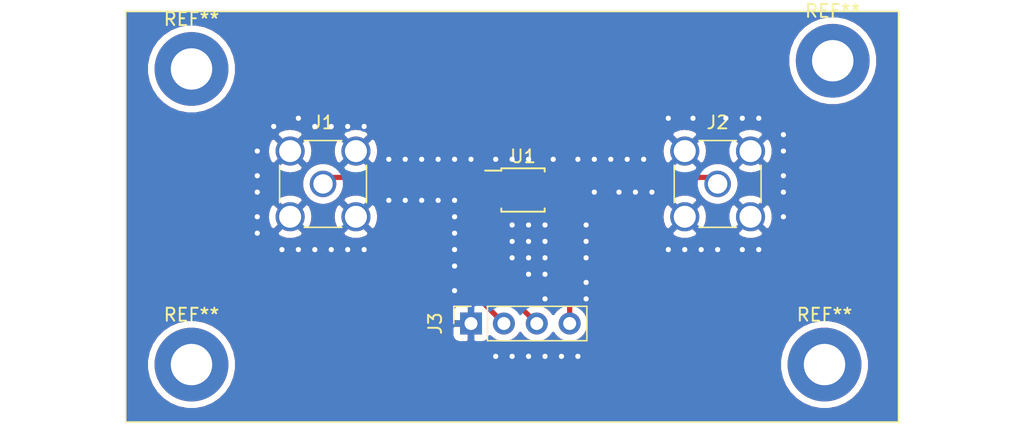
<source format=kicad_pcb>
(kicad_pcb (version 20171130) (host pcbnew "(5.1.2)-2")

  (general
    (thickness 1.6)
    (drawings 4)
    (tracks 109)
    (zones 0)
    (modules 8)
    (nets 7)
  )

  (page A4)
  (layers
    (0 F.Cu signal)
    (31 B.Cu signal)
    (32 B.Adhes user)
    (33 F.Adhes user)
    (34 B.Paste user)
    (35 F.Paste user)
    (36 B.SilkS user)
    (37 F.SilkS user)
    (38 B.Mask user)
    (39 F.Mask user)
    (40 Dwgs.User user)
    (41 Cmts.User user)
    (42 Eco1.User user)
    (43 Eco2.User user)
    (44 Edge.Cuts user)
    (45 Margin user)
    (46 B.CrtYd user)
    (47 F.CrtYd user)
    (48 B.Fab user)
    (49 F.Fab user)
  )

  (setup
    (last_trace_width 0.4)
    (user_trace_width 0.4)
    (trace_clearance 0.2)
    (zone_clearance 0.508)
    (zone_45_only no)
    (trace_min 0.25)
    (via_size 0.8)
    (via_drill 0.4)
    (via_min_size 0.4)
    (via_min_drill 0.3)
    (uvia_size 0.3)
    (uvia_drill 0.1)
    (uvias_allowed no)
    (uvia_min_size 0.2)
    (uvia_min_drill 0.1)
    (edge_width 0.05)
    (segment_width 0.2)
    (pcb_text_width 0.3)
    (pcb_text_size 1.5 1.5)
    (mod_edge_width 0.12)
    (mod_text_size 1 1)
    (mod_text_width 0.15)
    (pad_size 1.524 1.524)
    (pad_drill 0.762)
    (pad_to_mask_clearance 0.051)
    (solder_mask_min_width 0.25)
    (aux_axis_origin 0 0)
    (visible_elements 7FFFFFFF)
    (pcbplotparams
      (layerselection 0x011a0_ffffffff)
      (usegerberextensions false)
      (usegerberattributes false)
      (usegerberadvancedattributes false)
      (creategerberjobfile false)
      (excludeedgelayer true)
      (linewidth 0.100000)
      (plotframeref false)
      (viasonmask false)
      (mode 1)
      (useauxorigin false)
      (hpglpennumber 1)
      (hpglpenspeed 20)
      (hpglpendiameter 15.000000)
      (psnegative false)
      (psa4output false)
      (plotreference true)
      (plotvalue true)
      (plotinvisibletext false)
      (padsonsilk false)
      (subtractmaskfromsilk false)
      (outputformat 1)
      (mirror false)
      (drillshape 0)
      (scaleselection 1)
      (outputdirectory ""))
  )

  (net 0 "")
  (net 1 GND)
  (net 2 "Net-(J1-Pad1)")
  (net 3 "Net-(J2-Pad1)")
  (net 4 "Net-(J3-Pad2)")
  (net 5 "Net-(J3-Pad3)")
  (net 6 "Net-(J3-Pad4)")

  (net_class Default 这是默认网络类。
    (clearance 0.2)
    (trace_width 0.25)
    (via_dia 0.8)
    (via_drill 0.4)
    (uvia_dia 0.3)
    (uvia_drill 0.1)
    (add_net GND)
    (add_net "Net-(J1-Pad1)")
    (add_net "Net-(J2-Pad1)")
    (add_net "Net-(J3-Pad2)")
    (add_net "Net-(J3-Pad3)")
    (add_net "Net-(J3-Pad4)")
  )

  (module Connector_Coaxial:SMA_Amphenol_901-144_Vertical (layer F.Cu) (tedit 5B2F4C32) (tstamp 5D1AF8D7)
    (at 116.84 118.745)
    (descr https://www.amphenolrf.com/downloads/dl/file/id/7023/product/3103/901_144_customer_drawing.pdf)
    (tags "SMA THT Female Jack Vertical")
    (path /5D1A53A4)
    (fp_text reference J1 (at 0 -4.75) (layer F.SilkS)
      (effects (font (size 1 1) (thickness 0.15)))
    )
    (fp_text value Conn_Coaxial (at 0 5) (layer F.Fab)
      (effects (font (size 1 1) (thickness 0.15)))
    )
    (fp_text user %R (at 0 0) (layer F.Fab)
      (effects (font (size 1 1) (thickness 0.15)))
    )
    (fp_line (start -1.45 -3.355) (end 1.45 -3.355) (layer F.SilkS) (width 0.12))
    (fp_line (start -1.45 3.355) (end 1.45 3.355) (layer F.SilkS) (width 0.12))
    (fp_line (start 3.355 -1.45) (end 3.355 1.45) (layer F.SilkS) (width 0.12))
    (fp_line (start -3.355 -1.45) (end -3.355 1.45) (layer F.SilkS) (width 0.12))
    (fp_line (start 3.175 -3.175) (end 3.175 3.175) (layer F.Fab) (width 0.1))
    (fp_line (start -3.175 3.175) (end 3.175 3.175) (layer F.Fab) (width 0.1))
    (fp_line (start -3.175 -3.175) (end -3.175 3.175) (layer F.Fab) (width 0.1))
    (fp_line (start -3.175 -3.175) (end 3.175 -3.175) (layer F.Fab) (width 0.1))
    (fp_line (start -4.17 -4.17) (end 4.17 -4.17) (layer F.CrtYd) (width 0.05))
    (fp_line (start -4.17 -4.17) (end -4.17 4.17) (layer F.CrtYd) (width 0.05))
    (fp_line (start 4.17 4.17) (end 4.17 -4.17) (layer F.CrtYd) (width 0.05))
    (fp_line (start 4.17 4.17) (end -4.17 4.17) (layer F.CrtYd) (width 0.05))
    (fp_circle (center 0 0) (end 3.175 0) (layer F.Fab) (width 0.1))
    (pad 2 thru_hole circle (at -2.54 2.54) (size 2.25 2.25) (drill 1.7) (layers *.Cu *.Mask)
      (net 1 GND))
    (pad 2 thru_hole circle (at -2.54 -2.54) (size 2.25 2.25) (drill 1.7) (layers *.Cu *.Mask)
      (net 1 GND))
    (pad 2 thru_hole circle (at 2.54 -2.54) (size 2.25 2.25) (drill 1.7) (layers *.Cu *.Mask)
      (net 1 GND))
    (pad 2 thru_hole circle (at 2.54 2.54) (size 2.25 2.25) (drill 1.7) (layers *.Cu *.Mask)
      (net 1 GND))
    (pad 1 thru_hole circle (at 0 0) (size 2.05 2.05) (drill 1.5) (layers *.Cu *.Mask)
      (net 2 "Net-(J1-Pad1)"))
    (model ${KISYS3DMOD}/Connector_Coaxial.3dshapes/SMA_Amphenol_901-144_Vertical.wrl
      (at (xyz 0 0 0))
      (scale (xyz 1 1 1))
      (rotate (xyz 0 0 0))
    )
  )

  (module Connector_PinSocket_2.54mm:PinSocket_1x04_P2.54mm_Vertical (layer F.Cu) (tedit 5A19A429) (tstamp 5D1AF906)
    (at 128.27 129.54 90)
    (descr "Through hole straight socket strip, 1x04, 2.54mm pitch, single row (from Kicad 4.0.7), script generated")
    (tags "Through hole socket strip THT 1x04 2.54mm single row")
    (path /5D1BCB11)
    (fp_text reference J3 (at 0 -2.77 90) (layer F.SilkS)
      (effects (font (size 1 1) (thickness 0.15)))
    )
    (fp_text value Conn_01x04_Male (at 0 10.39 90) (layer F.Fab)
      (effects (font (size 1 1) (thickness 0.15)))
    )
    (fp_line (start -1.27 -1.27) (end 0.635 -1.27) (layer F.Fab) (width 0.1))
    (fp_line (start 0.635 -1.27) (end 1.27 -0.635) (layer F.Fab) (width 0.1))
    (fp_line (start 1.27 -0.635) (end 1.27 8.89) (layer F.Fab) (width 0.1))
    (fp_line (start 1.27 8.89) (end -1.27 8.89) (layer F.Fab) (width 0.1))
    (fp_line (start -1.27 8.89) (end -1.27 -1.27) (layer F.Fab) (width 0.1))
    (fp_line (start -1.33 1.27) (end 1.33 1.27) (layer F.SilkS) (width 0.12))
    (fp_line (start -1.33 1.27) (end -1.33 8.95) (layer F.SilkS) (width 0.12))
    (fp_line (start -1.33 8.95) (end 1.33 8.95) (layer F.SilkS) (width 0.12))
    (fp_line (start 1.33 1.27) (end 1.33 8.95) (layer F.SilkS) (width 0.12))
    (fp_line (start 1.33 -1.33) (end 1.33 0) (layer F.SilkS) (width 0.12))
    (fp_line (start 0 -1.33) (end 1.33 -1.33) (layer F.SilkS) (width 0.12))
    (fp_line (start -1.8 -1.8) (end 1.75 -1.8) (layer F.CrtYd) (width 0.05))
    (fp_line (start 1.75 -1.8) (end 1.75 9.4) (layer F.CrtYd) (width 0.05))
    (fp_line (start 1.75 9.4) (end -1.8 9.4) (layer F.CrtYd) (width 0.05))
    (fp_line (start -1.8 9.4) (end -1.8 -1.8) (layer F.CrtYd) (width 0.05))
    (fp_text user %R (at 0 3.81) (layer F.Fab)
      (effects (font (size 1 1) (thickness 0.15)))
    )
    (pad 1 thru_hole rect (at 0 0 90) (size 1.7 1.7) (drill 1) (layers *.Cu *.Mask)
      (net 1 GND))
    (pad 2 thru_hole oval (at 0 2.54 90) (size 1.7 1.7) (drill 1) (layers *.Cu *.Mask)
      (net 4 "Net-(J3-Pad2)"))
    (pad 3 thru_hole oval (at 0 5.08 90) (size 1.7 1.7) (drill 1) (layers *.Cu *.Mask)
      (net 5 "Net-(J3-Pad3)"))
    (pad 4 thru_hole oval (at 0 7.62 90) (size 1.7 1.7) (drill 1) (layers *.Cu *.Mask)
      (net 6 "Net-(J3-Pad4)"))
    (model ${KISYS3DMOD}/Connector_PinSocket_2.54mm.3dshapes/PinSocket_1x04_P2.54mm_Vertical.wrl
      (at (xyz 0 0 0))
      (scale (xyz 1 1 1))
      (rotate (xyz 0 0 0))
    )
  )

  (module Connector_Coaxial:SMA_Amphenol_901-144_Vertical (layer F.Cu) (tedit 5B2F4C32) (tstamp 5D1AF8EE)
    (at 147.32 118.745)
    (descr https://www.amphenolrf.com/downloads/dl/file/id/7023/product/3103/901_144_customer_drawing.pdf)
    (tags "SMA THT Female Jack Vertical")
    (path /5D1A5A45)
    (fp_text reference J2 (at 0 -4.75) (layer F.SilkS)
      (effects (font (size 1 1) (thickness 0.15)))
    )
    (fp_text value Conn_Coaxial (at 0 5) (layer F.Fab)
      (effects (font (size 1 1) (thickness 0.15)))
    )
    (fp_circle (center 0 0) (end 3.175 0) (layer F.Fab) (width 0.1))
    (fp_line (start 4.17 4.17) (end -4.17 4.17) (layer F.CrtYd) (width 0.05))
    (fp_line (start 4.17 4.17) (end 4.17 -4.17) (layer F.CrtYd) (width 0.05))
    (fp_line (start -4.17 -4.17) (end -4.17 4.17) (layer F.CrtYd) (width 0.05))
    (fp_line (start -4.17 -4.17) (end 4.17 -4.17) (layer F.CrtYd) (width 0.05))
    (fp_line (start -3.175 -3.175) (end 3.175 -3.175) (layer F.Fab) (width 0.1))
    (fp_line (start -3.175 -3.175) (end -3.175 3.175) (layer F.Fab) (width 0.1))
    (fp_line (start -3.175 3.175) (end 3.175 3.175) (layer F.Fab) (width 0.1))
    (fp_line (start 3.175 -3.175) (end 3.175 3.175) (layer F.Fab) (width 0.1))
    (fp_line (start -3.355 -1.45) (end -3.355 1.45) (layer F.SilkS) (width 0.12))
    (fp_line (start 3.355 -1.45) (end 3.355 1.45) (layer F.SilkS) (width 0.12))
    (fp_line (start -1.45 3.355) (end 1.45 3.355) (layer F.SilkS) (width 0.12))
    (fp_line (start -1.45 -3.355) (end 1.45 -3.355) (layer F.SilkS) (width 0.12))
    (fp_text user %R (at 0 0) (layer F.Fab)
      (effects (font (size 1 1) (thickness 0.15)))
    )
    (pad 1 thru_hole circle (at 0 0) (size 2.05 2.05) (drill 1.5) (layers *.Cu *.Mask)
      (net 3 "Net-(J2-Pad1)"))
    (pad 2 thru_hole circle (at 2.54 2.54) (size 2.25 2.25) (drill 1.7) (layers *.Cu *.Mask)
      (net 1 GND))
    (pad 2 thru_hole circle (at 2.54 -2.54) (size 2.25 2.25) (drill 1.7) (layers *.Cu *.Mask)
      (net 1 GND))
    (pad 2 thru_hole circle (at -2.54 -2.54) (size 2.25 2.25) (drill 1.7) (layers *.Cu *.Mask)
      (net 1 GND))
    (pad 2 thru_hole circle (at -2.54 2.54) (size 2.25 2.25) (drill 1.7) (layers *.Cu *.Mask)
      (net 1 GND))
    (model ${KISYS3DMOD}/Connector_Coaxial.3dshapes/SMA_Amphenol_901-144_Vertical.wrl
      (at (xyz 0 0 0))
      (scale (xyz 1 1 1))
      (rotate (xyz 0 0 0))
    )
  )

  (module MountingHole:MountingHole_3.2mm_M3_ISO7380_Pad (layer F.Cu) (tedit 56D1B4CB) (tstamp 5D1AFB90)
    (at 106.68 132.715)
    (descr "Mounting Hole 3.2mm, M3, ISO7380")
    (tags "mounting hole 3.2mm m3 iso7380")
    (attr virtual)
    (fp_text reference REF** (at 0 -3.85) (layer F.SilkS)
      (effects (font (size 1 1) (thickness 0.15)))
    )
    (fp_text value MountingHole_3.2mm_M3_ISO7380_Pad (at 0 3.85) (layer F.Fab)
      (effects (font (size 1 1) (thickness 0.15)))
    )
    (fp_circle (center 0 0) (end 3.1 0) (layer F.CrtYd) (width 0.05))
    (fp_circle (center 0 0) (end 2.85 0) (layer Cmts.User) (width 0.15))
    (fp_text user %R (at 0.3 0) (layer F.Fab)
      (effects (font (size 1 1) (thickness 0.15)))
    )
    (pad 1 thru_hole circle (at 0 0) (size 5.7 5.7) (drill 3.2) (layers *.Cu *.Mask))
  )

  (module MountingHole:MountingHole_3.2mm_M3_ISO7380_Pad (layer F.Cu) (tedit 56D1B4CB) (tstamp 5D1AFB73)
    (at 155.575 132.715)
    (descr "Mounting Hole 3.2mm, M3, ISO7380")
    (tags "mounting hole 3.2mm m3 iso7380")
    (attr virtual)
    (fp_text reference REF** (at 0 -3.85) (layer F.SilkS)
      (effects (font (size 1 1) (thickness 0.15)))
    )
    (fp_text value MountingHole_3.2mm_M3_ISO7380_Pad (at 0 3.85) (layer F.Fab)
      (effects (font (size 1 1) (thickness 0.15)))
    )
    (fp_circle (center 0 0) (end 3.1 0) (layer F.CrtYd) (width 0.05))
    (fp_circle (center 0 0) (end 2.85 0) (layer Cmts.User) (width 0.15))
    (fp_text user %R (at 0.3 0) (layer F.Fab)
      (effects (font (size 1 1) (thickness 0.15)))
    )
    (pad 1 thru_hole circle (at 0 0) (size 5.7 5.7) (drill 3.2) (layers *.Cu *.Mask))
  )

  (module MountingHole:MountingHole_3.2mm_M3_ISO7380_Pad (layer F.Cu) (tedit 56D1B4CB) (tstamp 5D1AFB56)
    (at 156.21 109.22)
    (descr "Mounting Hole 3.2mm, M3, ISO7380")
    (tags "mounting hole 3.2mm m3 iso7380")
    (attr virtual)
    (fp_text reference REF** (at 0 -3.85) (layer F.SilkS)
      (effects (font (size 1 1) (thickness 0.15)))
    )
    (fp_text value MountingHole_3.2mm_M3_ISO7380_Pad (at 0 3.85) (layer F.Fab)
      (effects (font (size 1 1) (thickness 0.15)))
    )
    (fp_circle (center 0 0) (end 3.1 0) (layer F.CrtYd) (width 0.05))
    (fp_circle (center 0 0) (end 2.85 0) (layer Cmts.User) (width 0.15))
    (fp_text user %R (at 0.3 0) (layer F.Fab)
      (effects (font (size 1 1) (thickness 0.15)))
    )
    (pad 1 thru_hole circle (at 0 0) (size 5.7 5.7) (drill 3.2) (layers *.Cu *.Mask))
  )

  (module MountingHole:MountingHole_3.2mm_M3_ISO7380_Pad (layer F.Cu) (tedit 56D1B4CB) (tstamp 5D1AFB39)
    (at 106.68 109.855)
    (descr "Mounting Hole 3.2mm, M3, ISO7380")
    (tags "mounting hole 3.2mm m3 iso7380")
    (attr virtual)
    (fp_text reference REF** (at 0 -3.85) (layer F.SilkS)
      (effects (font (size 1 1) (thickness 0.15)))
    )
    (fp_text value MountingHole_3.2mm_M3_ISO7380_Pad (at 0 3.85) (layer F.Fab)
      (effects (font (size 1 1) (thickness 0.15)))
    )
    (fp_circle (center 0 0) (end 3.1 0) (layer F.CrtYd) (width 0.05))
    (fp_circle (center 0 0) (end 2.85 0) (layer Cmts.User) (width 0.15))
    (fp_text user %R (at 0.3 0) (layer F.Fab)
      (effects (font (size 1 1) (thickness 0.15)))
    )
    (pad 1 thru_hole circle (at 0 0) (size 5.7 5.7) (drill 3.2) (layers *.Cu *.Mask))
  )

  (module Package_SO:MSOP-8_3x3mm_P0.65mm (layer F.Cu) (tedit 5A02F25C) (tstamp 5D1AF923)
    (at 132.285001 119.215001)
    (descr "8-Lead Plastic Micro Small Outline Package (MS) [MSOP] (see Microchip Packaging Specification 00000049BS.pdf)")
    (tags "SSOP 0.65")
    (path /5D1A3E16)
    (attr smd)
    (fp_text reference U1 (at 0 -2.6) (layer F.SilkS)
      (effects (font (size 1 1) (thickness 0.15)))
    )
    (fp_text value HMC346AMS8GE (at 0 2.6) (layer F.Fab)
      (effects (font (size 1 1) (thickness 0.15)))
    )
    (fp_line (start -0.5 -1.5) (end 1.5 -1.5) (layer F.Fab) (width 0.15))
    (fp_line (start 1.5 -1.5) (end 1.5 1.5) (layer F.Fab) (width 0.15))
    (fp_line (start 1.5 1.5) (end -1.5 1.5) (layer F.Fab) (width 0.15))
    (fp_line (start -1.5 1.5) (end -1.5 -0.5) (layer F.Fab) (width 0.15))
    (fp_line (start -1.5 -0.5) (end -0.5 -1.5) (layer F.Fab) (width 0.15))
    (fp_line (start -3.2 -1.85) (end -3.2 1.85) (layer F.CrtYd) (width 0.05))
    (fp_line (start 3.2 -1.85) (end 3.2 1.85) (layer F.CrtYd) (width 0.05))
    (fp_line (start -3.2 -1.85) (end 3.2 -1.85) (layer F.CrtYd) (width 0.05))
    (fp_line (start -3.2 1.85) (end 3.2 1.85) (layer F.CrtYd) (width 0.05))
    (fp_line (start -1.675 -1.675) (end -1.675 -1.5) (layer F.SilkS) (width 0.15))
    (fp_line (start 1.675 -1.675) (end 1.675 -1.425) (layer F.SilkS) (width 0.15))
    (fp_line (start 1.675 1.675) (end 1.675 1.425) (layer F.SilkS) (width 0.15))
    (fp_line (start -1.675 1.675) (end -1.675 1.425) (layer F.SilkS) (width 0.15))
    (fp_line (start -1.675 -1.675) (end 1.675 -1.675) (layer F.SilkS) (width 0.15))
    (fp_line (start -1.675 1.675) (end 1.675 1.675) (layer F.SilkS) (width 0.15))
    (fp_line (start -1.675 -1.5) (end -2.925 -1.5) (layer F.SilkS) (width 0.15))
    (fp_text user %R (at 0 0) (layer F.Fab)
      (effects (font (size 0.6 0.6) (thickness 0.15)))
    )
    (pad 1 smd rect (at -2.2 -0.975) (size 1.45 0.45) (layers F.Cu F.Paste F.Mask)
      (net 2 "Net-(J1-Pad1)"))
    (pad 2 smd rect (at -2.2 -0.325) (size 1.45 0.45) (layers F.Cu F.Paste F.Mask)
      (net 1 GND))
    (pad 3 smd rect (at -2.2 0.325) (size 1.45 0.45) (layers F.Cu F.Paste F.Mask)
      (net 4 "Net-(J3-Pad2)"))
    (pad 4 smd rect (at -2.2 0.975) (size 1.45 0.45) (layers F.Cu F.Paste F.Mask)
      (net 5 "Net-(J3-Pad3)"))
    (pad 5 smd rect (at 2.2 0.975) (size 1.45 0.45) (layers F.Cu F.Paste F.Mask))
    (pad 6 smd rect (at 2.2 0.325) (size 1.45 0.45) (layers F.Cu F.Paste F.Mask)
      (net 6 "Net-(J3-Pad4)"))
    (pad 7 smd rect (at 2.2 -0.325) (size 1.45 0.45) (layers F.Cu F.Paste F.Mask)
      (net 1 GND))
    (pad 8 smd rect (at 2.2 -0.975) (size 1.45 0.45) (layers F.Cu F.Paste F.Mask)
      (net 3 "Net-(J2-Pad1)"))
    (model ${KISYS3DMOD}/Package_SO.3dshapes/MSOP-8_3x3mm_P0.65mm.wrl
      (at (xyz 0 0 0))
      (scale (xyz 1 1 1))
      (rotate (xyz 0 0 0))
    )
  )

  (gr_line (start 161.29 105.41) (end 101.6 105.41) (layer F.SilkS) (width 0.12) (tstamp 5D1AFC17))
  (gr_line (start 161.29 137.16) (end 161.29 105.41) (layer F.SilkS) (width 0.12))
  (gr_line (start 101.6 137.16) (end 161.29 137.16) (layer F.SilkS) (width 0.12))
  (gr_line (start 101.6 105.41) (end 101.6 137.16) (layer F.SilkS) (width 0.12))

  (segment (start 128.960001 118.890001) (end 128.935011 118.865011) (width 0.4) (layer F.Cu) (net 1))
  (segment (start 128.935011 118.865011) (end 126.879989 118.865011) (width 0.4) (layer F.Cu) (net 1))
  (segment (start 127.02 129.54) (end 128.27 129.54) (width 0.4) (layer F.Cu) (net 1))
  (segment (start 126.879989 118.865011) (end 125.73 120.015) (width 0.4) (layer F.Cu) (net 1))
  (segment (start 125.73 120.015) (end 125.73 120.015) (width 0.4) (layer F.Cu) (net 1))
  (segment (start 130.085001 118.890001) (end 128.960001 118.890001) (width 0.4) (layer F.Cu) (net 1))
  (segment (start 125.73 128.25) (end 127.02 129.54) (width 0.4) (layer F.Cu) (net 1))
  (segment (start 130.085001 118.890001) (end 134.485001 118.890001) (width 0.4) (layer F.Cu) (net 1))
  (via (at 121.92 116.84) (size 0.8) (drill 0.4) (layers F.Cu B.Cu) (net 1))
  (via (at 123.19 116.84) (size 0.8) (drill 0.4) (layers F.Cu B.Cu) (net 1))
  (via (at 124.46 116.84) (size 0.8) (drill 0.4) (layers F.Cu B.Cu) (net 1))
  (via (at 125.73 116.84) (size 0.8) (drill 0.4) (layers F.Cu B.Cu) (net 1))
  (via (at 127 116.84) (size 0.8) (drill 0.4) (layers F.Cu B.Cu) (net 1))
  (via (at 128.27 116.84) (size 0.8) (drill 0.4) (layers F.Cu B.Cu) (net 1))
  (via (at 130.175 116.84) (size 0.8) (drill 0.4) (layers F.Cu B.Cu) (net 1))
  (via (at 131.445 116.84) (size 0.8) (drill 0.4) (layers F.Cu B.Cu) (net 1))
  (via (at 132.715 116.84) (size 0.8) (drill 0.4) (layers F.Cu B.Cu) (net 1))
  (via (at 134.62 116.84) (size 0.8) (drill 0.4) (layers F.Cu B.Cu) (net 1))
  (via (at 136.525 116.84) (size 0.8) (drill 0.4) (layers F.Cu B.Cu) (net 1))
  (via (at 137.795 116.84) (size 0.8) (drill 0.4) (layers F.Cu B.Cu) (net 1))
  (via (at 139.065 116.84) (size 0.8) (drill 0.4) (layers F.Cu B.Cu) (net 1))
  (via (at 140.335 116.84) (size 0.8) (drill 0.4) (layers F.Cu B.Cu) (net 1))
  (via (at 141.605 116.84) (size 0.8) (drill 0.4) (layers F.Cu B.Cu) (net 1))
  (via (at 142.24 119.38) (size 0.8) (drill 0.4) (layers F.Cu B.Cu) (net 1))
  (via (at 140.97 119.38) (size 0.8) (drill 0.4) (layers F.Cu B.Cu) (net 1))
  (via (at 139.7 119.38) (size 0.8) (drill 0.4) (layers F.Cu B.Cu) (net 1))
  (via (at 137.795 119.38) (size 0.8) (drill 0.4) (layers F.Cu B.Cu) (net 1))
  (via (at 121.92 120.015) (size 0.8) (drill 0.4) (layers F.Cu B.Cu) (net 1))
  (via (at 123.19 120.015) (size 0.8) (drill 0.4) (layers F.Cu B.Cu) (net 1))
  (via (at 124.46 120.015) (size 0.8) (drill 0.4) (layers F.Cu B.Cu) (net 1))
  (segment (start 125.73 120.015) (end 125.73 128.25) (width 0.4) (layer F.Cu) (net 1) (tstamp 5D1B0406))
  (via (at 125.73 120.015) (size 0.8) (drill 0.4) (layers F.Cu B.Cu) (net 1))
  (via (at 127 120.015) (size 0.8) (drill 0.4) (layers F.Cu B.Cu) (net 1))
  (via (at 127 121.285) (size 0.8) (drill 0.4) (layers F.Cu B.Cu) (net 1))
  (via (at 127 122.555) (size 0.8) (drill 0.4) (layers F.Cu B.Cu) (net 1))
  (via (at 127 123.825) (size 0.8) (drill 0.4) (layers F.Cu B.Cu) (net 1))
  (via (at 127 125.095) (size 0.8) (drill 0.4) (layers F.Cu B.Cu) (net 1))
  (via (at 127 127) (size 0.8) (drill 0.4) (layers F.Cu B.Cu) (net 1))
  (via (at 131.445 121.92) (size 0.8) (drill 0.4) (layers F.Cu B.Cu) (net 1))
  (via (at 132.715 121.92) (size 0.8) (drill 0.4) (layers F.Cu B.Cu) (net 1))
  (via (at 133.985 121.92) (size 0.8) (drill 0.4) (layers F.Cu B.Cu) (net 1))
  (via (at 133.985 123.19) (size 0.8) (drill 0.4) (layers F.Cu B.Cu) (net 1))
  (via (at 132.715 123.19) (size 0.8) (drill 0.4) (layers F.Cu B.Cu) (net 1))
  (via (at 131.445 123.19) (size 0.8) (drill 0.4) (layers F.Cu B.Cu) (net 1))
  (via (at 131.445 124.46) (size 0.8) (drill 0.4) (layers F.Cu B.Cu) (net 1))
  (via (at 132.715 124.46) (size 0.8) (drill 0.4) (layers F.Cu B.Cu) (net 1))
  (via (at 133.985 124.46) (size 0.8) (drill 0.4) (layers F.Cu B.Cu) (net 1))
  (via (at 133.985 125.73) (size 0.8) (drill 0.4) (layers F.Cu B.Cu) (net 1))
  (via (at 132.715 125.73) (size 0.8) (drill 0.4) (layers F.Cu B.Cu) (net 1))
  (via (at 133.985 127.635) (size 0.8) (drill 0.4) (layers F.Cu B.Cu) (net 1))
  (via (at 137.16 121.92) (size 0.8) (drill 0.4) (layers F.Cu B.Cu) (net 1))
  (via (at 137.16 123.19) (size 0.8) (drill 0.4) (layers F.Cu B.Cu) (net 1))
  (via (at 137.16 124.46) (size 0.8) (drill 0.4) (layers F.Cu B.Cu) (net 1))
  (via (at 137.16 126.365) (size 0.8) (drill 0.4) (layers F.Cu B.Cu) (net 1))
  (via (at 137.16 127.635) (size 0.8) (drill 0.4) (layers F.Cu B.Cu) (net 1))
  (via (at 130.175 132.08) (size 0.8) (drill 0.4) (layers F.Cu B.Cu) (net 1))
  (via (at 131.445 132.08) (size 0.8) (drill 0.4) (layers F.Cu B.Cu) (net 1))
  (via (at 132.715 132.08) (size 0.8) (drill 0.4) (layers F.Cu B.Cu) (net 1))
  (via (at 133.985 132.08) (size 0.8) (drill 0.4) (layers F.Cu B.Cu) (net 1))
  (via (at 135.255 132.08) (size 0.8) (drill 0.4) (layers F.Cu B.Cu) (net 1))
  (via (at 136.525 132.08) (size 0.8) (drill 0.4) (layers F.Cu B.Cu) (net 1))
  (via (at 113.665 123.825) (size 0.8) (drill 0.4) (layers F.Cu B.Cu) (net 1))
  (via (at 114.935 123.825) (size 0.8) (drill 0.4) (layers F.Cu B.Cu) (net 1))
  (via (at 116.205 123.825) (size 0.8) (drill 0.4) (layers F.Cu B.Cu) (net 1))
  (via (at 117.475 123.825) (size 0.8) (drill 0.4) (layers F.Cu B.Cu) (net 1))
  (via (at 118.745 123.825) (size 0.8) (drill 0.4) (layers F.Cu B.Cu) (net 1))
  (via (at 120.015 123.825) (size 0.8) (drill 0.4) (layers F.Cu B.Cu) (net 1))
  (via (at 143.51 123.825) (size 0.8) (drill 0.4) (layers F.Cu B.Cu) (net 1))
  (via (at 144.78 123.825) (size 0.8) (drill 0.4) (layers F.Cu B.Cu) (net 1))
  (via (at 146.05 123.825) (size 0.8) (drill 0.4) (layers F.Cu B.Cu) (net 1))
  (via (at 147.32 123.825) (size 0.8) (drill 0.4) (layers F.Cu B.Cu) (net 1))
  (via (at 149.225 123.825) (size 0.8) (drill 0.4) (layers F.Cu B.Cu) (net 1))
  (via (at 150.495 123.825) (size 0.8) (drill 0.4) (layers F.Cu B.Cu) (net 1))
  (via (at 143.51 113.665) (size 0.8) (drill 0.4) (layers F.Cu B.Cu) (net 1))
  (via (at 145.415 113.665) (size 0.8) (drill 0.4) (layers F.Cu B.Cu) (net 1))
  (via (at 147.955 113.665) (size 0.8) (drill 0.4) (layers F.Cu B.Cu) (net 1))
  (via (at 149.225 113.665) (size 0.8) (drill 0.4) (layers F.Cu B.Cu) (net 1))
  (via (at 150.495 113.665) (size 0.8) (drill 0.4) (layers F.Cu B.Cu) (net 1))
  (via (at 152.4 114.935) (size 0.8) (drill 0.4) (layers F.Cu B.Cu) (net 1))
  (via (at 152.4 116.205) (size 0.8) (drill 0.4) (layers F.Cu B.Cu) (net 1))
  (via (at 152.4 118.11) (size 0.8) (drill 0.4) (layers F.Cu B.Cu) (net 1))
  (via (at 152.4 119.38) (size 0.8) (drill 0.4) (layers F.Cu B.Cu) (net 1))
  (via (at 152.4 121.285) (size 0.8) (drill 0.4) (layers F.Cu B.Cu) (net 1))
  (via (at 111.76 116.205) (size 0.8) (drill 0.4) (layers F.Cu B.Cu) (net 1))
  (via (at 111.76 118.11) (size 0.8) (drill 0.4) (layers F.Cu B.Cu) (net 1))
  (via (at 111.76 119.38) (size 0.8) (drill 0.4) (layers F.Cu B.Cu) (net 1))
  (via (at 111.76 121.285) (size 0.8) (drill 0.4) (layers F.Cu B.Cu) (net 1))
  (via (at 111.76 122.555) (size 0.8) (drill 0.4) (layers F.Cu B.Cu) (net 1))
  (via (at 113.03 114.3) (size 0.8) (drill 0.4) (layers F.Cu B.Cu) (net 1))
  (via (at 114.935 113.665) (size 0.8) (drill 0.4) (layers F.Cu B.Cu) (net 1))
  (via (at 116.205 114.3) (size 0.8) (drill 0.4) (layers F.Cu B.Cu) (net 1))
  (via (at 117.475 114.3) (size 0.8) (drill 0.4) (layers F.Cu B.Cu) (net 1))
  (via (at 118.745 114.3) (size 0.8) (drill 0.4) (layers F.Cu B.Cu) (net 1))
  (via (at 120.015 114.3) (size 0.8) (drill 0.4) (layers F.Cu B.Cu) (net 1))
  (segment (start 117.344999 118.240001) (end 116.84 118.745) (width 0.4) (layer F.Cu) (net 2))
  (segment (start 130.085001 118.240001) (end 117.344999 118.240001) (width 0.4) (layer F.Cu) (net 2))
  (segment (start 146.815001 118.240001) (end 147.32 118.745) (width 0.4) (layer F.Cu) (net 3))
  (segment (start 134.485001 118.240001) (end 146.815001 118.240001) (width 0.4) (layer F.Cu) (net 3))
  (segment (start 129.960001 128.690001) (end 130.81 129.54) (width 0.4) (layer F.Cu) (net 4))
  (segment (start 128.96 127.69) (end 129.960001 128.690001) (width 0.4) (layer F.Cu) (net 4))
  (segment (start 128.96 119.645) (end 128.96 127.69) (width 0.4) (layer F.Cu) (net 4))
  (segment (start 129.064999 119.540001) (end 128.96 119.645) (width 0.4) (layer F.Cu) (net 4))
  (segment (start 130.085001 119.540001) (end 129.064999 119.540001) (width 0.4) (layer F.Cu) (net 4))
  (segment (start 130.085001 126.275001) (end 133.35 129.54) (width 0.4) (layer F.Cu) (net 5))
  (segment (start 130.085001 120.190001) (end 130.085001 126.275001) (width 0.4) (layer F.Cu) (net 5))
  (segment (start 135.89 128.337919) (end 135.89 129.54) (width 0.4) (layer F.Cu) (net 6))
  (segment (start 135.89 119.924998) (end 135.89 128.337919) (width 0.4) (layer F.Cu) (net 6))
  (segment (start 135.505003 119.540001) (end 135.89 119.924998) (width 0.4) (layer F.Cu) (net 6))
  (segment (start 134.485001 119.540001) (end 135.505003 119.540001) (width 0.4) (layer F.Cu) (net 6))

  (zone (net 1) (net_name GND) (layer F.Cu) (tstamp 0) (hatch edge 0.508)
    (connect_pads (clearance 0.508))
    (min_thickness 0.254)
    (fill yes (arc_segments 32) (thermal_gap 0.508) (thermal_bridge_width 0.508))
    (polygon
      (pts
        (xy 101.6 105.41) (xy 101.6 137.16) (xy 161.29 137.16) (xy 161.29 105.41)
      )
    )
    (filled_polygon
      (pts
        (xy 161.163 137.033) (xy 101.727 137.033) (xy 101.727 132.371758) (xy 103.195 132.371758) (xy 103.195 133.058242)
        (xy 103.328927 133.731537) (xy 103.591633 134.365766) (xy 103.973024 134.936558) (xy 104.458442 135.421976) (xy 105.029234 135.803367)
        (xy 105.663463 136.066073) (xy 106.336758 136.2) (xy 107.023242 136.2) (xy 107.696537 136.066073) (xy 108.330766 135.803367)
        (xy 108.901558 135.421976) (xy 109.386976 134.936558) (xy 109.768367 134.365766) (xy 110.031073 133.731537) (xy 110.165 133.058242)
        (xy 110.165 132.371758) (xy 152.09 132.371758) (xy 152.09 133.058242) (xy 152.223927 133.731537) (xy 152.486633 134.365766)
        (xy 152.868024 134.936558) (xy 153.353442 135.421976) (xy 153.924234 135.803367) (xy 154.558463 136.066073) (xy 155.231758 136.2)
        (xy 155.918242 136.2) (xy 156.591537 136.066073) (xy 157.225766 135.803367) (xy 157.796558 135.421976) (xy 158.281976 134.936558)
        (xy 158.663367 134.365766) (xy 158.926073 133.731537) (xy 159.06 133.058242) (xy 159.06 132.371758) (xy 158.926073 131.698463)
        (xy 158.663367 131.064234) (xy 158.281976 130.493442) (xy 157.796558 130.008024) (xy 157.225766 129.626633) (xy 156.591537 129.363927)
        (xy 155.918242 129.23) (xy 155.231758 129.23) (xy 154.558463 129.363927) (xy 153.924234 129.626633) (xy 153.353442 130.008024)
        (xy 152.868024 130.493442) (xy 152.486633 131.064234) (xy 152.223927 131.698463) (xy 152.09 132.371758) (xy 110.165 132.371758)
        (xy 110.031073 131.698463) (xy 109.768367 131.064234) (xy 109.386976 130.493442) (xy 109.283534 130.39) (xy 126.781928 130.39)
        (xy 126.794188 130.514482) (xy 126.830498 130.63418) (xy 126.889463 130.744494) (xy 126.968815 130.841185) (xy 127.065506 130.920537)
        (xy 127.17582 130.979502) (xy 127.295518 131.015812) (xy 127.42 131.028072) (xy 127.98425 131.025) (xy 128.143 130.86625)
        (xy 128.143 129.667) (xy 126.94375 129.667) (xy 126.785 129.82575) (xy 126.781928 130.39) (xy 109.283534 130.39)
        (xy 108.901558 130.008024) (xy 108.330766 129.626633) (xy 107.696537 129.363927) (xy 107.023242 129.23) (xy 106.336758 129.23)
        (xy 105.663463 129.363927) (xy 105.029234 129.626633) (xy 104.458442 130.008024) (xy 103.973024 130.493442) (xy 103.591633 131.064234)
        (xy 103.328927 131.698463) (xy 103.195 132.371758) (xy 101.727 132.371758) (xy 101.727 122.509531) (xy 113.255074 122.509531)
        (xy 113.365921 122.786714) (xy 113.67684 122.940089) (xy 114.011705 123.02986) (xy 114.35765 123.052576) (xy 114.70138 123.007366)
        (xy 115.029685 122.895966) (xy 115.234079 122.786714) (xy 115.344926 122.509531) (xy 118.335074 122.509531) (xy 118.445921 122.786714)
        (xy 118.75684 122.940089) (xy 119.091705 123.02986) (xy 119.43765 123.052576) (xy 119.78138 123.007366) (xy 120.109685 122.895966)
        (xy 120.314079 122.786714) (xy 120.424926 122.509531) (xy 119.38 121.464605) (xy 118.335074 122.509531) (xy 115.344926 122.509531)
        (xy 114.3 121.464605) (xy 113.255074 122.509531) (xy 101.727 122.509531) (xy 101.727 121.34265) (xy 112.532424 121.34265)
        (xy 112.577634 121.68638) (xy 112.689034 122.014685) (xy 112.798286 122.219079) (xy 113.075469 122.329926) (xy 114.120395 121.285)
        (xy 114.479605 121.285) (xy 115.524531 122.329926) (xy 115.801714 122.219079) (xy 115.955089 121.90816) (xy 116.04486 121.573295)
        (xy 116.060004 121.34265) (xy 117.612424 121.34265) (xy 117.657634 121.68638) (xy 117.769034 122.014685) (xy 117.878286 122.219079)
        (xy 118.155469 122.329926) (xy 119.200395 121.285) (xy 119.559605 121.285) (xy 120.604531 122.329926) (xy 120.881714 122.219079)
        (xy 121.035089 121.90816) (xy 121.12486 121.573295) (xy 121.147576 121.22735) (xy 121.102366 120.88362) (xy 120.990966 120.555315)
        (xy 120.881714 120.350921) (xy 120.604531 120.240074) (xy 119.559605 121.285) (xy 119.200395 121.285) (xy 118.155469 120.240074)
        (xy 117.878286 120.350921) (xy 117.724911 120.66184) (xy 117.63514 120.996705) (xy 117.612424 121.34265) (xy 116.060004 121.34265)
        (xy 116.067576 121.22735) (xy 116.022366 120.88362) (xy 115.910966 120.555315) (xy 115.801714 120.350921) (xy 115.524531 120.240074)
        (xy 114.479605 121.285) (xy 114.120395 121.285) (xy 113.075469 120.240074) (xy 112.798286 120.350921) (xy 112.644911 120.66184)
        (xy 112.55514 120.996705) (xy 112.532424 121.34265) (xy 101.727 121.34265) (xy 101.727 120.060469) (xy 113.255074 120.060469)
        (xy 114.3 121.105395) (xy 115.344926 120.060469) (xy 115.234079 119.783286) (xy 114.92316 119.629911) (xy 114.588295 119.54014)
        (xy 114.24235 119.517424) (xy 113.89862 119.562634) (xy 113.570315 119.674034) (xy 113.365921 119.783286) (xy 113.255074 120.060469)
        (xy 101.727 120.060469) (xy 101.727 118.581504) (xy 115.18 118.581504) (xy 115.18 118.908496) (xy 115.243793 119.229204)
        (xy 115.368927 119.531305) (xy 115.550594 119.803188) (xy 115.781812 120.034406) (xy 116.053695 120.216073) (xy 116.355796 120.341207)
        (xy 116.676504 120.405) (xy 117.003496 120.405) (xy 117.324204 120.341207) (xy 117.626305 120.216073) (xy 117.859182 120.060469)
        (xy 118.335074 120.060469) (xy 119.38 121.105395) (xy 120.424926 120.060469) (xy 120.314079 119.783286) (xy 120.00316 119.629911)
        (xy 119.668295 119.54014) (xy 119.32235 119.517424) (xy 118.97862 119.562634) (xy 118.650315 119.674034) (xy 118.445921 119.783286)
        (xy 118.335074 120.060469) (xy 117.859182 120.060469) (xy 117.898188 120.034406) (xy 118.129406 119.803188) (xy 118.311073 119.531305)
        (xy 118.436207 119.229204) (xy 118.46688 119.075001) (xy 128.347594 119.075001) (xy 128.262365 119.178854) (xy 128.262364 119.178855)
        (xy 128.184828 119.323914) (xy 128.137082 119.481312) (xy 128.12096 119.645) (xy 128.125 119.686019) (xy 128.125001 127.648971)
        (xy 128.12096 127.69) (xy 128.137082 127.853688) (xy 128.184828 128.011086) (xy 128.208301 128.055) (xy 128.142998 128.055)
        (xy 128.142998 128.213748) (xy 127.98425 128.055) (xy 127.42 128.051928) (xy 127.295518 128.064188) (xy 127.17582 128.100498)
        (xy 127.065506 128.159463) (xy 126.968815 128.238815) (xy 126.889463 128.335506) (xy 126.830498 128.44582) (xy 126.794188 128.565518)
        (xy 126.781928 128.69) (xy 126.785 129.25425) (xy 126.94375 129.413) (xy 128.143 129.413) (xy 128.143 129.393)
        (xy 128.397 129.393) (xy 128.397 129.413) (xy 128.417 129.413) (xy 128.417 129.667) (xy 128.397 129.667)
        (xy 128.397 130.86625) (xy 128.55575 131.025) (xy 129.12 131.028072) (xy 129.244482 131.015812) (xy 129.36418 130.979502)
        (xy 129.474494 130.920537) (xy 129.571185 130.841185) (xy 129.650537 130.744494) (xy 129.709502 130.63418) (xy 129.730393 130.565313)
        (xy 129.754866 130.595134) (xy 129.980986 130.780706) (xy 130.238966 130.918599) (xy 130.518889 131.003513) (xy 130.73705 131.025)
        (xy 130.88295 131.025) (xy 131.101111 131.003513) (xy 131.381034 130.918599) (xy 131.639014 130.780706) (xy 131.865134 130.595134)
        (xy 132.050706 130.369014) (xy 132.08 130.314209) (xy 132.109294 130.369014) (xy 132.294866 130.595134) (xy 132.520986 130.780706)
        (xy 132.778966 130.918599) (xy 133.058889 131.003513) (xy 133.27705 131.025) (xy 133.42295 131.025) (xy 133.641111 131.003513)
        (xy 133.921034 130.918599) (xy 134.179014 130.780706) (xy 134.405134 130.595134) (xy 134.590706 130.369014) (xy 134.62 130.314209)
        (xy 134.649294 130.369014) (xy 134.834866 130.595134) (xy 135.060986 130.780706) (xy 135.318966 130.918599) (xy 135.598889 131.003513)
        (xy 135.81705 131.025) (xy 135.96295 131.025) (xy 136.181111 131.003513) (xy 136.461034 130.918599) (xy 136.719014 130.780706)
        (xy 136.945134 130.595134) (xy 137.130706 130.369014) (xy 137.268599 130.111034) (xy 137.353513 129.831111) (xy 137.382185 129.54)
        (xy 137.353513 129.248889) (xy 137.268599 128.968966) (xy 137.130706 128.710986) (xy 136.945134 128.484866) (xy 136.725 128.304207)
        (xy 136.725 122.509531) (xy 143.735074 122.509531) (xy 143.845921 122.786714) (xy 144.15684 122.940089) (xy 144.491705 123.02986)
        (xy 144.83765 123.052576) (xy 145.18138 123.007366) (xy 145.509685 122.895966) (xy 145.714079 122.786714) (xy 145.824926 122.509531)
        (xy 148.815074 122.509531) (xy 148.925921 122.786714) (xy 149.23684 122.940089) (xy 149.571705 123.02986) (xy 149.91765 123.052576)
        (xy 150.26138 123.007366) (xy 150.589685 122.895966) (xy 150.794079 122.786714) (xy 150.904926 122.509531) (xy 149.86 121.464605)
        (xy 148.815074 122.509531) (xy 145.824926 122.509531) (xy 144.78 121.464605) (xy 143.735074 122.509531) (xy 136.725 122.509531)
        (xy 136.725 121.34265) (xy 143.012424 121.34265) (xy 143.057634 121.68638) (xy 143.169034 122.014685) (xy 143.278286 122.219079)
        (xy 143.555469 122.329926) (xy 144.600395 121.285) (xy 144.959605 121.285) (xy 146.004531 122.329926) (xy 146.281714 122.219079)
        (xy 146.435089 121.90816) (xy 146.52486 121.573295) (xy 146.540004 121.34265) (xy 148.092424 121.34265) (xy 148.137634 121.68638)
        (xy 148.249034 122.014685) (xy 148.358286 122.219079) (xy 148.635469 122.329926) (xy 149.680395 121.285) (xy 150.039605 121.285)
        (xy 151.084531 122.329926) (xy 151.361714 122.219079) (xy 151.515089 121.90816) (xy 151.60486 121.573295) (xy 151.627576 121.22735)
        (xy 151.582366 120.88362) (xy 151.470966 120.555315) (xy 151.361714 120.350921) (xy 151.084531 120.240074) (xy 150.039605 121.285)
        (xy 149.680395 121.285) (xy 148.635469 120.240074) (xy 148.358286 120.350921) (xy 148.204911 120.66184) (xy 148.11514 120.996705)
        (xy 148.092424 121.34265) (xy 146.540004 121.34265) (xy 146.547576 121.22735) (xy 146.502366 120.88362) (xy 146.390966 120.555315)
        (xy 146.281714 120.350921) (xy 146.004531 120.240074) (xy 144.959605 121.285) (xy 144.600395 121.285) (xy 143.555469 120.240074)
        (xy 143.278286 120.350921) (xy 143.124911 120.66184) (xy 143.03514 120.996705) (xy 143.012424 121.34265) (xy 136.725 121.34265)
        (xy 136.725 120.060469) (xy 143.735074 120.060469) (xy 144.78 121.105395) (xy 145.824926 120.060469) (xy 145.714079 119.783286)
        (xy 145.40316 119.629911) (xy 145.068295 119.54014) (xy 144.72235 119.517424) (xy 144.37862 119.562634) (xy 144.050315 119.674034)
        (xy 143.845921 119.783286) (xy 143.735074 120.060469) (xy 136.725 120.060469) (xy 136.725 119.966016) (xy 136.72904 119.924998)
        (xy 136.712918 119.761309) (xy 136.665172 119.603911) (xy 136.643109 119.562634) (xy 136.587636 119.458852) (xy 136.483291 119.331707)
        (xy 136.451422 119.305553) (xy 136.22087 119.075001) (xy 145.69312 119.075001) (xy 145.723793 119.229204) (xy 145.848927 119.531305)
        (xy 146.030594 119.803188) (xy 146.261812 120.034406) (xy 146.533695 120.216073) (xy 146.835796 120.341207) (xy 147.156504 120.405)
        (xy 147.483496 120.405) (xy 147.804204 120.341207) (xy 148.106305 120.216073) (xy 148.339182 120.060469) (xy 148.815074 120.060469)
        (xy 149.86 121.105395) (xy 150.904926 120.060469) (xy 150.794079 119.783286) (xy 150.48316 119.629911) (xy 150.148295 119.54014)
        (xy 149.80235 119.517424) (xy 149.45862 119.562634) (xy 149.130315 119.674034) (xy 148.925921 119.783286) (xy 148.815074 120.060469)
        (xy 148.339182 120.060469) (xy 148.378188 120.034406) (xy 148.609406 119.803188) (xy 148.791073 119.531305) (xy 148.916207 119.229204)
        (xy 148.98 118.908496) (xy 148.98 118.581504) (xy 148.916207 118.260796) (xy 148.791073 117.958695) (xy 148.609406 117.686812)
        (xy 148.378188 117.455594) (xy 148.339183 117.429531) (xy 148.815074 117.429531) (xy 148.925921 117.706714) (xy 149.23684 117.860089)
        (xy 149.571705 117.94986) (xy 149.91765 117.972576) (xy 150.26138 117.927366) (xy 150.589685 117.815966) (xy 150.794079 117.706714)
        (xy 150.904926 117.429531) (xy 149.86 116.384605) (xy 148.815074 117.429531) (xy 148.339183 117.429531) (xy 148.106305 117.273927)
        (xy 147.804204 117.148793) (xy 147.483496 117.085) (xy 147.156504 117.085) (xy 146.835796 117.148793) (xy 146.533695 117.273927)
        (xy 146.33753 117.405001) (xy 146.080189 117.405001) (xy 146.119899 117.365291) (xy 146.004533 117.249925) (xy 146.281714 117.139079)
        (xy 146.435089 116.82816) (xy 146.52486 116.493295) (xy 146.540004 116.26265) (xy 148.092424 116.26265) (xy 148.137634 116.60638)
        (xy 148.249034 116.934685) (xy 148.358286 117.139079) (xy 148.635469 117.249926) (xy 149.680395 116.205) (xy 150.039605 116.205)
        (xy 151.084531 117.249926) (xy 151.361714 117.139079) (xy 151.515089 116.82816) (xy 151.60486 116.493295) (xy 151.627576 116.14735)
        (xy 151.582366 115.80362) (xy 151.470966 115.475315) (xy 151.361714 115.270921) (xy 151.084531 115.160074) (xy 150.039605 116.205)
        (xy 149.680395 116.205) (xy 148.635469 115.160074) (xy 148.358286 115.270921) (xy 148.204911 115.58184) (xy 148.11514 115.916705)
        (xy 148.092424 116.26265) (xy 146.540004 116.26265) (xy 146.547576 116.14735) (xy 146.502366 115.80362) (xy 146.390966 115.475315)
        (xy 146.281714 115.270921) (xy 146.004531 115.160074) (xy 144.959605 116.205) (xy 144.973748 116.219143) (xy 144.794143 116.398748)
        (xy 144.78 116.384605) (xy 144.765858 116.398748) (xy 144.586253 116.219143) (xy 144.600395 116.205) (xy 143.555469 115.160074)
        (xy 143.278286 115.270921) (xy 143.124911 115.58184) (xy 143.03514 115.916705) (xy 143.012424 116.26265) (xy 143.057634 116.60638)
        (xy 143.169034 116.934685) (xy 143.278286 117.139079) (xy 143.555467 117.249925) (xy 143.440101 117.365291) (xy 143.479811 117.405001)
        (xy 135.386608 117.405001) (xy 135.334483 117.389189) (xy 135.210001 117.376929) (xy 133.760001 117.376929) (xy 133.635519 117.389189)
        (xy 133.515821 117.425499) (xy 133.405507 117.484464) (xy 133.308816 117.563816) (xy 133.229464 117.660507) (xy 133.170499 117.770821)
        (xy 133.134189 117.890519) (xy 133.121929 118.015001) (xy 133.121929 118.465001) (xy 133.132096 118.568228) (xy 133.125001 118.633251)
        (xy 133.157248 118.665498) (xy 133.170499 118.709181) (xy 133.229464 118.819495) (xy 133.287327 118.890001) (xy 133.229464 118.960507)
        (xy 133.170499 119.070821) (xy 133.157248 119.114504) (xy 133.125001 119.146751) (xy 133.132096 119.211774) (xy 133.121929 119.315001)
        (xy 133.121929 119.765001) (xy 133.131778 119.865001) (xy 133.121929 119.965001) (xy 133.121929 120.415001) (xy 133.134189 120.539483)
        (xy 133.170499 120.659181) (xy 133.229464 120.769495) (xy 133.308816 120.866186) (xy 133.405507 120.945538) (xy 133.515821 121.004503)
        (xy 133.635519 121.040813) (xy 133.760001 121.053073) (xy 135.055 121.053073) (xy 135.055001 128.296891) (xy 135.055 128.296901)
        (xy 135.055 128.304207) (xy 134.834866 128.484866) (xy 134.649294 128.710986) (xy 134.62 128.765791) (xy 134.590706 128.710986)
        (xy 134.405134 128.484866) (xy 134.179014 128.299294) (xy 133.921034 128.161401) (xy 133.641111 128.076487) (xy 133.42295 128.055)
        (xy 133.27705 128.055) (xy 133.066596 128.075728) (xy 130.920001 125.929134) (xy 130.920001 121.042239) (xy 130.934483 121.040813)
        (xy 131.054181 121.004503) (xy 131.164495 120.945538) (xy 131.261186 120.866186) (xy 131.340538 120.769495) (xy 131.399503 120.659181)
        (xy 131.435813 120.539483) (xy 131.448073 120.415001) (xy 131.448073 119.965001) (xy 131.438224 119.865001) (xy 131.448073 119.765001)
        (xy 131.448073 119.315001) (xy 131.437906 119.211774) (xy 131.445001 119.146751) (xy 131.412754 119.114504) (xy 131.399503 119.070821)
        (xy 131.340538 118.960507) (xy 131.282675 118.890001) (xy 131.340538 118.819495) (xy 131.399503 118.709181) (xy 131.412754 118.665498)
        (xy 131.445001 118.633251) (xy 131.437906 118.568228) (xy 131.448073 118.465001) (xy 131.448073 118.015001) (xy 131.435813 117.890519)
        (xy 131.399503 117.770821) (xy 131.340538 117.660507) (xy 131.261186 117.563816) (xy 131.164495 117.484464) (xy 131.054181 117.425499)
        (xy 130.934483 117.389189) (xy 130.810001 117.376929) (xy 129.360001 117.376929) (xy 129.235519 117.389189) (xy 129.183394 117.405001)
        (xy 120.680189 117.405001) (xy 120.719899 117.365291) (xy 120.604533 117.249925) (xy 120.881714 117.139079) (xy 121.035089 116.82816)
        (xy 121.12486 116.493295) (xy 121.147576 116.14735) (xy 121.102366 115.80362) (xy 120.990966 115.475315) (xy 120.881714 115.270921)
        (xy 120.604531 115.160074) (xy 119.559605 116.205) (xy 119.573748 116.219143) (xy 119.394143 116.398748) (xy 119.38 116.384605)
        (xy 119.365858 116.398748) (xy 119.186253 116.219143) (xy 119.200395 116.205) (xy 118.155469 115.160074) (xy 117.878286 115.270921)
        (xy 117.724911 115.58184) (xy 117.63514 115.916705) (xy 117.612424 116.26265) (xy 117.657634 116.60638) (xy 117.769034 116.934685)
        (xy 117.878286 117.139079) (xy 118.155467 117.249925) (xy 118.040101 117.365291) (xy 118.079811 117.405001) (xy 117.82247 117.405001)
        (xy 117.626305 117.273927) (xy 117.324204 117.148793) (xy 117.003496 117.085) (xy 116.676504 117.085) (xy 116.355796 117.148793)
        (xy 116.053695 117.273927) (xy 115.781812 117.455594) (xy 115.550594 117.686812) (xy 115.368927 117.958695) (xy 115.243793 118.260796)
        (xy 115.18 118.581504) (xy 101.727 118.581504) (xy 101.727 117.429531) (xy 113.255074 117.429531) (xy 113.365921 117.706714)
        (xy 113.67684 117.860089) (xy 114.011705 117.94986) (xy 114.35765 117.972576) (xy 114.70138 117.927366) (xy 115.029685 117.815966)
        (xy 115.234079 117.706714) (xy 115.344926 117.429531) (xy 114.3 116.384605) (xy 113.255074 117.429531) (xy 101.727 117.429531)
        (xy 101.727 116.26265) (xy 112.532424 116.26265) (xy 112.577634 116.60638) (xy 112.689034 116.934685) (xy 112.798286 117.139079)
        (xy 113.075469 117.249926) (xy 114.120395 116.205) (xy 114.479605 116.205) (xy 115.524531 117.249926) (xy 115.801714 117.139079)
        (xy 115.955089 116.82816) (xy 116.04486 116.493295) (xy 116.067576 116.14735) (xy 116.022366 115.80362) (xy 115.910966 115.475315)
        (xy 115.801714 115.270921) (xy 115.524531 115.160074) (xy 114.479605 116.205) (xy 114.120395 116.205) (xy 113.075469 115.160074)
        (xy 112.798286 115.270921) (xy 112.644911 115.58184) (xy 112.55514 115.916705) (xy 112.532424 116.26265) (xy 101.727 116.26265)
        (xy 101.727 114.980469) (xy 113.255074 114.980469) (xy 114.3 116.025395) (xy 115.344926 114.980469) (xy 118.335074 114.980469)
        (xy 119.38 116.025395) (xy 120.424926 114.980469) (xy 143.735074 114.980469) (xy 144.78 116.025395) (xy 145.824926 114.980469)
        (xy 148.815074 114.980469) (xy 149.86 116.025395) (xy 150.904926 114.980469) (xy 150.794079 114.703286) (xy 150.48316 114.549911)
        (xy 150.148295 114.46014) (xy 149.80235 114.437424) (xy 149.45862 114.482634) (xy 149.130315 114.594034) (xy 148.925921 114.703286)
        (xy 148.815074 114.980469) (xy 145.824926 114.980469) (xy 145.714079 114.703286) (xy 145.40316 114.549911) (xy 145.068295 114.46014)
        (xy 144.72235 114.437424) (xy 144.37862 114.482634) (xy 144.050315 114.594034) (xy 143.845921 114.703286) (xy 143.735074 114.980469)
        (xy 120.424926 114.980469) (xy 120.314079 114.703286) (xy 120.00316 114.549911) (xy 119.668295 114.46014) (xy 119.32235 114.437424)
        (xy 118.97862 114.482634) (xy 118.650315 114.594034) (xy 118.445921 114.703286) (xy 118.335074 114.980469) (xy 115.344926 114.980469)
        (xy 115.234079 114.703286) (xy 114.92316 114.549911) (xy 114.588295 114.46014) (xy 114.24235 114.437424) (xy 113.89862 114.482634)
        (xy 113.570315 114.594034) (xy 113.365921 114.703286) (xy 113.255074 114.980469) (xy 101.727 114.980469) (xy 101.727 109.511758)
        (xy 103.195 109.511758) (xy 103.195 110.198242) (xy 103.328927 110.871537) (xy 103.591633 111.505766) (xy 103.973024 112.076558)
        (xy 104.458442 112.561976) (xy 105.029234 112.943367) (xy 105.663463 113.206073) (xy 106.336758 113.34) (xy 107.023242 113.34)
        (xy 107.696537 113.206073) (xy 108.330766 112.943367) (xy 108.901558 112.561976) (xy 109.386976 112.076558) (xy 109.768367 111.505766)
        (xy 110.031073 110.871537) (xy 110.165 110.198242) (xy 110.165 109.511758) (xy 110.038691 108.876758) (xy 152.725 108.876758)
        (xy 152.725 109.563242) (xy 152.858927 110.236537) (xy 153.121633 110.870766) (xy 153.503024 111.441558) (xy 153.988442 111.926976)
        (xy 154.559234 112.308367) (xy 155.193463 112.571073) (xy 155.866758 112.705) (xy 156.553242 112.705) (xy 157.226537 112.571073)
        (xy 157.860766 112.308367) (xy 158.431558 111.926976) (xy 158.916976 111.441558) (xy 159.298367 110.870766) (xy 159.561073 110.236537)
        (xy 159.695 109.563242) (xy 159.695 108.876758) (xy 159.561073 108.203463) (xy 159.298367 107.569234) (xy 158.916976 106.998442)
        (xy 158.431558 106.513024) (xy 157.860766 106.131633) (xy 157.226537 105.868927) (xy 156.553242 105.735) (xy 155.866758 105.735)
        (xy 155.193463 105.868927) (xy 154.559234 106.131633) (xy 153.988442 106.513024) (xy 153.503024 106.998442) (xy 153.121633 107.569234)
        (xy 152.858927 108.203463) (xy 152.725 108.876758) (xy 110.038691 108.876758) (xy 110.031073 108.838463) (xy 109.768367 108.204234)
        (xy 109.386976 107.633442) (xy 108.901558 107.148024) (xy 108.330766 106.766633) (xy 107.696537 106.503927) (xy 107.023242 106.37)
        (xy 106.336758 106.37) (xy 105.663463 106.503927) (xy 105.029234 106.766633) (xy 104.458442 107.148024) (xy 103.973024 107.633442)
        (xy 103.591633 108.204234) (xy 103.328927 108.838463) (xy 103.195 109.511758) (xy 101.727 109.511758) (xy 101.727 105.537)
        (xy 161.163 105.537)
      )
    )
  )
  (zone (net 1) (net_name GND) (layer B.Cu) (tstamp 0) (hatch edge 0.508)
    (connect_pads (clearance 0.508))
    (min_thickness 0.254)
    (fill yes (arc_segments 32) (thermal_gap 0.508) (thermal_bridge_width 0.508))
    (polygon
      (pts
        (xy 101.6 105.41) (xy 101.6 137.16) (xy 161.29 137.16) (xy 161.29 105.41)
      )
    )
    (filled_polygon
      (pts
        (xy 161.163 137.033) (xy 101.727 137.033) (xy 101.727 132.371758) (xy 103.195 132.371758) (xy 103.195 133.058242)
        (xy 103.328927 133.731537) (xy 103.591633 134.365766) (xy 103.973024 134.936558) (xy 104.458442 135.421976) (xy 105.029234 135.803367)
        (xy 105.663463 136.066073) (xy 106.336758 136.2) (xy 107.023242 136.2) (xy 107.696537 136.066073) (xy 108.330766 135.803367)
        (xy 108.901558 135.421976) (xy 109.386976 134.936558) (xy 109.768367 134.365766) (xy 110.031073 133.731537) (xy 110.165 133.058242)
        (xy 110.165 132.371758) (xy 152.09 132.371758) (xy 152.09 133.058242) (xy 152.223927 133.731537) (xy 152.486633 134.365766)
        (xy 152.868024 134.936558) (xy 153.353442 135.421976) (xy 153.924234 135.803367) (xy 154.558463 136.066073) (xy 155.231758 136.2)
        (xy 155.918242 136.2) (xy 156.591537 136.066073) (xy 157.225766 135.803367) (xy 157.796558 135.421976) (xy 158.281976 134.936558)
        (xy 158.663367 134.365766) (xy 158.926073 133.731537) (xy 159.06 133.058242) (xy 159.06 132.371758) (xy 158.926073 131.698463)
        (xy 158.663367 131.064234) (xy 158.281976 130.493442) (xy 157.796558 130.008024) (xy 157.225766 129.626633) (xy 156.591537 129.363927)
        (xy 155.918242 129.23) (xy 155.231758 129.23) (xy 154.558463 129.363927) (xy 153.924234 129.626633) (xy 153.353442 130.008024)
        (xy 152.868024 130.493442) (xy 152.486633 131.064234) (xy 152.223927 131.698463) (xy 152.09 132.371758) (xy 110.165 132.371758)
        (xy 110.031073 131.698463) (xy 109.768367 131.064234) (xy 109.386976 130.493442) (xy 109.283534 130.39) (xy 126.781928 130.39)
        (xy 126.794188 130.514482) (xy 126.830498 130.63418) (xy 126.889463 130.744494) (xy 126.968815 130.841185) (xy 127.065506 130.920537)
        (xy 127.17582 130.979502) (xy 127.295518 131.015812) (xy 127.42 131.028072) (xy 127.98425 131.025) (xy 128.143 130.86625)
        (xy 128.143 129.667) (xy 126.94375 129.667) (xy 126.785 129.82575) (xy 126.781928 130.39) (xy 109.283534 130.39)
        (xy 108.901558 130.008024) (xy 108.330766 129.626633) (xy 107.696537 129.363927) (xy 107.023242 129.23) (xy 106.336758 129.23)
        (xy 105.663463 129.363927) (xy 105.029234 129.626633) (xy 104.458442 130.008024) (xy 103.973024 130.493442) (xy 103.591633 131.064234)
        (xy 103.328927 131.698463) (xy 103.195 132.371758) (xy 101.727 132.371758) (xy 101.727 128.69) (xy 126.781928 128.69)
        (xy 126.785 129.25425) (xy 126.94375 129.413) (xy 128.143 129.413) (xy 128.143 128.21375) (xy 128.397 128.21375)
        (xy 128.397 129.413) (xy 128.417 129.413) (xy 128.417 129.667) (xy 128.397 129.667) (xy 128.397 130.86625)
        (xy 128.55575 131.025) (xy 129.12 131.028072) (xy 129.244482 131.015812) (xy 129.36418 130.979502) (xy 129.474494 130.920537)
        (xy 129.571185 130.841185) (xy 129.650537 130.744494) (xy 129.709502 130.63418) (xy 129.730393 130.565313) (xy 129.754866 130.595134)
        (xy 129.980986 130.780706) (xy 130.238966 130.918599) (xy 130.518889 131.003513) (xy 130.73705 131.025) (xy 130.88295 131.025)
        (xy 131.101111 131.003513) (xy 131.381034 130.918599) (xy 131.639014 130.780706) (xy 131.865134 130.595134) (xy 132.050706 130.369014)
        (xy 132.08 130.314209) (xy 132.109294 130.369014) (xy 132.294866 130.595134) (xy 132.520986 130.780706) (xy 132.778966 130.918599)
        (xy 133.058889 131.003513) (xy 133.27705 131.025) (xy 133.42295 131.025) (xy 133.641111 131.003513) (xy 133.921034 130.918599)
        (xy 134.179014 130.780706) (xy 134.405134 130.595134) (xy 134.590706 130.369014) (xy 134.62 130.314209) (xy 134.649294 130.369014)
        (xy 134.834866 130.595134) (xy 135.060986 130.780706) (xy 135.318966 130.918599) (xy 135.598889 131.003513) (xy 135.81705 131.025)
        (xy 135.96295 131.025) (xy 136.181111 131.003513) (xy 136.461034 130.918599) (xy 136.719014 130.780706) (xy 136.945134 130.595134)
        (xy 137.130706 130.369014) (xy 137.268599 130.111034) (xy 137.353513 129.831111) (xy 137.382185 129.54) (xy 137.353513 129.248889)
        (xy 137.268599 128.968966) (xy 137.130706 128.710986) (xy 136.945134 128.484866) (xy 136.719014 128.299294) (xy 136.461034 128.161401)
        (xy 136.181111 128.076487) (xy 135.96295 128.055) (xy 135.81705 128.055) (xy 135.598889 128.076487) (xy 135.318966 128.161401)
        (xy 135.060986 128.299294) (xy 134.834866 128.484866) (xy 134.649294 128.710986) (xy 134.62 128.765791) (xy 134.590706 128.710986)
        (xy 134.405134 128.484866) (xy 134.179014 128.299294) (xy 133.921034 128.161401) (xy 133.641111 128.076487) (xy 133.42295 128.055)
        (xy 133.27705 128.055) (xy 133.058889 128.076487) (xy 132.778966 128.161401) (xy 132.520986 128.299294) (xy 132.294866 128.484866)
        (xy 132.109294 128.710986) (xy 132.08 128.765791) (xy 132.050706 128.710986) (xy 131.865134 128.484866) (xy 131.639014 128.299294)
        (xy 131.381034 128.161401) (xy 131.101111 128.076487) (xy 130.88295 128.055) (xy 130.73705 128.055) (xy 130.518889 128.076487)
        (xy 130.238966 128.161401) (xy 129.980986 128.299294) (xy 129.754866 128.484866) (xy 129.730393 128.514687) (xy 129.709502 128.44582)
        (xy 129.650537 128.335506) (xy 129.571185 128.238815) (xy 129.474494 128.159463) (xy 129.36418 128.100498) (xy 129.244482 128.064188)
        (xy 129.12 128.051928) (xy 128.55575 128.055) (xy 128.397 128.21375) (xy 128.143 128.21375) (xy 127.98425 128.055)
        (xy 127.42 128.051928) (xy 127.295518 128.064188) (xy 127.17582 128.100498) (xy 127.065506 128.159463) (xy 126.968815 128.238815)
        (xy 126.889463 128.335506) (xy 126.830498 128.44582) (xy 126.794188 128.565518) (xy 126.781928 128.69) (xy 101.727 128.69)
        (xy 101.727 122.509531) (xy 113.255074 122.509531) (xy 113.365921 122.786714) (xy 113.67684 122.940089) (xy 114.011705 123.02986)
        (xy 114.35765 123.052576) (xy 114.70138 123.007366) (xy 115.029685 122.895966) (xy 115.234079 122.786714) (xy 115.344926 122.509531)
        (xy 118.335074 122.509531) (xy 118.445921 122.786714) (xy 118.75684 122.940089) (xy 119.091705 123.02986) (xy 119.43765 123.052576)
        (xy 119.78138 123.007366) (xy 120.109685 122.895966) (xy 120.314079 122.786714) (xy 120.424926 122.509531) (xy 143.735074 122.509531)
        (xy 143.845921 122.786714) (xy 144.15684 122.940089) (xy 144.491705 123.02986) (xy 144.83765 123.052576) (xy 145.18138 123.007366)
        (xy 145.509685 122.895966) (xy 145.714079 122.786714) (xy 145.824926 122.509531) (xy 148.815074 122.509531) (xy 148.925921 122.786714)
        (xy 149.23684 122.940089) (xy 149.571705 123.02986) (xy 149.91765 123.052576) (xy 150.26138 123.007366) (xy 150.589685 122.895966)
        (xy 150.794079 122.786714) (xy 150.904926 122.509531) (xy 149.86 121.464605) (xy 148.815074 122.509531) (xy 145.824926 122.509531)
        (xy 144.78 121.464605) (xy 143.735074 122.509531) (xy 120.424926 122.509531) (xy 119.38 121.464605) (xy 118.335074 122.509531)
        (xy 115.344926 122.509531) (xy 114.3 121.464605) (xy 113.255074 122.509531) (xy 101.727 122.509531) (xy 101.727 121.34265)
        (xy 112.532424 121.34265) (xy 112.577634 121.68638) (xy 112.689034 122.014685) (xy 112.798286 122.219079) (xy 113.075469 122.329926)
        (xy 114.120395 121.285) (xy 114.479605 121.285) (xy 115.524531 122.329926) (xy 115.801714 122.219079) (xy 115.955089 121.90816)
        (xy 116.04486 121.573295) (xy 116.060004 121.34265) (xy 117.612424 121.34265) (xy 117.657634 121.68638) (xy 117.769034 122.014685)
        (xy 117.878286 122.219079) (xy 118.155469 122.329926) (xy 119.200395 121.285) (xy 119.559605 121.285) (xy 120.604531 122.329926)
        (xy 120.881714 122.219079) (xy 121.035089 121.90816) (xy 121.12486 121.573295) (xy 121.140004 121.34265) (xy 143.012424 121.34265)
        (xy 143.057634 121.68638) (xy 143.169034 122.014685) (xy 143.278286 122.219079) (xy 143.555469 122.329926) (xy 144.600395 121.285)
        (xy 144.959605 121.285) (xy 146.004531 122.329926) (xy 146.281714 122.219079) (xy 146.435089 121.90816) (xy 146.52486 121.573295)
        (xy 146.540004 121.34265) (xy 148.092424 121.34265) (xy 148.137634 121.68638) (xy 148.249034 122.014685) (xy 148.358286 122.219079)
        (xy 148.635469 122.329926) (xy 149.680395 121.285) (xy 150.039605 121.285) (xy 151.084531 122.329926) (xy 151.361714 122.219079)
        (xy 151.515089 121.90816) (xy 151.60486 121.573295) (xy 151.627576 121.22735) (xy 151.582366 120.88362) (xy 151.470966 120.555315)
        (xy 151.361714 120.350921) (xy 151.084531 120.240074) (xy 150.039605 121.285) (xy 149.680395 121.285) (xy 148.635469 120.240074)
        (xy 148.358286 120.350921) (xy 148.204911 120.66184) (xy 148.11514 120.996705) (xy 148.092424 121.34265) (xy 146.540004 121.34265)
        (xy 146.547576 121.22735) (xy 146.502366 120.88362) (xy 146.390966 120.555315) (xy 146.281714 120.350921) (xy 146.004531 120.240074)
        (xy 144.959605 121.285) (xy 144.600395 121.285) (xy 143.555469 120.240074) (xy 143.278286 120.350921) (xy 143.124911 120.66184)
        (xy 143.03514 120.996705) (xy 143.012424 121.34265) (xy 121.140004 121.34265) (xy 121.147576 121.22735) (xy 121.102366 120.88362)
        (xy 120.990966 120.555315) (xy 120.881714 120.350921) (xy 120.604531 120.240074) (xy 119.559605 121.285) (xy 119.200395 121.285)
        (xy 118.155469 120.240074) (xy 117.878286 120.350921) (xy 117.724911 120.66184) (xy 117.63514 120.996705) (xy 117.612424 121.34265)
        (xy 116.060004 121.34265) (xy 116.067576 121.22735) (xy 116.022366 120.88362) (xy 115.910966 120.555315) (xy 115.801714 120.350921)
        (xy 115.524531 120.240074) (xy 114.479605 121.285) (xy 114.120395 121.285) (xy 113.075469 120.240074) (xy 112.798286 120.350921)
        (xy 112.644911 120.66184) (xy 112.55514 120.996705) (xy 112.532424 121.34265) (xy 101.727 121.34265) (xy 101.727 120.060469)
        (xy 113.255074 120.060469) (xy 114.3 121.105395) (xy 115.344926 120.060469) (xy 115.234079 119.783286) (xy 114.92316 119.629911)
        (xy 114.588295 119.54014) (xy 114.24235 119.517424) (xy 113.89862 119.562634) (xy 113.570315 119.674034) (xy 113.365921 119.783286)
        (xy 113.255074 120.060469) (xy 101.727 120.060469) (xy 101.727 118.581504) (xy 115.18 118.581504) (xy 115.18 118.908496)
        (xy 115.243793 119.229204) (xy 115.368927 119.531305) (xy 115.550594 119.803188) (xy 115.781812 120.034406) (xy 116.053695 120.216073)
        (xy 116.355796 120.341207) (xy 116.676504 120.405) (xy 117.003496 120.405) (xy 117.324204 120.341207) (xy 117.626305 120.216073)
        (xy 117.859182 120.060469) (xy 118.335074 120.060469) (xy 119.38 121.105395) (xy 120.424926 120.060469) (xy 143.735074 120.060469)
        (xy 144.78 121.105395) (xy 145.824926 120.060469) (xy 145.714079 119.783286) (xy 145.40316 119.629911) (xy 145.068295 119.54014)
        (xy 144.72235 119.517424) (xy 144.37862 119.562634) (xy 144.050315 119.674034) (xy 143.845921 119.783286) (xy 143.735074 120.060469)
        (xy 120.424926 120.060469) (xy 120.314079 119.783286) (xy 120.00316 119.629911) (xy 119.668295 119.54014) (xy 119.32235 119.517424)
        (xy 118.97862 119.562634) (xy 118.650315 119.674034) (xy 118.445921 119.783286) (xy 118.335074 120.060469) (xy 117.859182 120.060469)
        (xy 117.898188 120.034406) (xy 118.129406 119.803188) (xy 118.311073 119.531305) (xy 118.436207 119.229204) (xy 118.5 118.908496)
        (xy 118.5 118.581504) (xy 145.66 118.581504) (xy 145.66 118.908496) (xy 145.723793 119.229204) (xy 145.848927 119.531305)
        (xy 146.030594 119.803188) (xy 146.261812 120.034406) (xy 146.533695 120.216073) (xy 146.835796 120.341207) (xy 147.156504 120.405)
        (xy 147.483496 120.405) (xy 147.804204 120.341207) (xy 148.106305 120.216073) (xy 148.339182 120.060469) (xy 148.815074 120.060469)
        (xy 149.86 121.105395) (xy 150.904926 120.060469) (xy 150.794079 119.783286) (xy 150.48316 119.629911) (xy 150.148295 119.54014)
        (xy 149.80235 119.517424) (xy 149.45862 119.562634) (xy 149.130315 119.674034) (xy 148.925921 119.783286) (xy 148.815074 120.060469)
        (xy 148.339182 120.060469) (xy 148.378188 120.034406) (xy 148.609406 119.803188) (xy 148.791073 119.531305) (xy 148.916207 119.229204)
        (xy 148.98 118.908496) (xy 148.98 118.581504) (xy 148.916207 118.260796) (xy 148.791073 117.958695) (xy 148.609406 117.686812)
        (xy 148.378188 117.455594) (xy 148.339183 117.429531) (xy 148.815074 117.429531) (xy 148.925921 117.706714) (xy 149.23684 117.860089)
        (xy 149.571705 117.94986) (xy 149.91765 117.972576) (xy 150.26138 117.927366) (xy 150.589685 117.815966) (xy 150.794079 117.706714)
        (xy 150.904926 117.429531) (xy 149.86 116.384605) (xy 148.815074 117.429531) (xy 148.339183 117.429531) (xy 148.106305 117.273927)
        (xy 147.804204 117.148793) (xy 147.483496 117.085) (xy 147.156504 117.085) (xy 146.835796 117.148793) (xy 146.533695 117.273927)
        (xy 146.261812 117.455594) (xy 146.030594 117.686812) (xy 145.848927 117.958695) (xy 145.723793 118.260796) (xy 145.66 118.581504)
        (xy 118.5 118.581504) (xy 118.436207 118.260796) (xy 118.311073 117.958695) (xy 118.129406 117.686812) (xy 117.898188 117.455594)
        (xy 117.859183 117.429531) (xy 118.335074 117.429531) (xy 118.445921 117.706714) (xy 118.75684 117.860089) (xy 119.091705 117.94986)
        (xy 119.43765 117.972576) (xy 119.78138 117.927366) (xy 120.109685 117.815966) (xy 120.314079 117.706714) (xy 120.424926 117.429531)
        (xy 143.735074 117.429531) (xy 143.845921 117.706714) (xy 144.15684 117.860089) (xy 144.491705 117.94986) (xy 144.83765 117.972576)
        (xy 145.18138 117.927366) (xy 145.509685 117.815966) (xy 145.714079 117.706714) (xy 145.824926 117.429531) (xy 144.78 116.384605)
        (xy 143.735074 117.429531) (xy 120.424926 117.429531) (xy 119.38 116.384605) (xy 118.335074 117.429531) (xy 117.859183 117.429531)
        (xy 117.626305 117.273927) (xy 117.324204 117.148793) (xy 117.003496 117.085) (xy 116.676504 117.085) (xy 116.355796 117.148793)
        (xy 116.053695 117.273927) (xy 115.781812 117.455594) (xy 115.550594 117.686812) (xy 115.368927 117.958695) (xy 115.243793 118.260796)
        (xy 115.18 118.581504) (xy 101.727 118.581504) (xy 101.727 117.429531) (xy 113.255074 117.429531) (xy 113.365921 117.706714)
        (xy 113.67684 117.860089) (xy 114.011705 117.94986) (xy 114.35765 117.972576) (xy 114.70138 117.927366) (xy 115.029685 117.815966)
        (xy 115.234079 117.706714) (xy 115.344926 117.429531) (xy 114.3 116.384605) (xy 113.255074 117.429531) (xy 101.727 117.429531)
        (xy 101.727 116.26265) (xy 112.532424 116.26265) (xy 112.577634 116.60638) (xy 112.689034 116.934685) (xy 112.798286 117.139079)
        (xy 113.075469 117.249926) (xy 114.120395 116.205) (xy 114.479605 116.205) (xy 115.524531 117.249926) (xy 115.801714 117.139079)
        (xy 115.955089 116.82816) (xy 116.04486 116.493295) (xy 116.060004 116.26265) (xy 117.612424 116.26265) (xy 117.657634 116.60638)
        (xy 117.769034 116.934685) (xy 117.878286 117.139079) (xy 118.155469 117.249926) (xy 119.200395 116.205) (xy 119.559605 116.205)
        (xy 120.604531 117.249926) (xy 120.881714 117.139079) (xy 121.035089 116.82816) (xy 121.12486 116.493295) (xy 121.140004 116.26265)
        (xy 143.012424 116.26265) (xy 143.057634 116.60638) (xy 143.169034 116.934685) (xy 143.278286 117.139079) (xy 143.555469 117.249926)
        (xy 144.600395 116.205) (xy 144.959605 116.205) (xy 146.004531 117.249926) (xy 146.281714 117.139079) (xy 146.435089 116.82816)
        (xy 146.52486 116.493295) (xy 146.540004 116.26265) (xy 148.092424 116.26265) (xy 148.137634 116.60638) (xy 148.249034 116.934685)
        (xy 148.358286 117.139079) (xy 148.635469 117.249926) (xy 149.680395 116.205) (xy 150.039605 116.205) (xy 151.084531 117.249926)
        (xy 151.361714 117.139079) (xy 151.515089 116.82816) (xy 151.60486 116.493295) (xy 151.627576 116.14735) (xy 151.582366 115.80362)
        (xy 151.470966 115.475315) (xy 151.361714 115.270921) (xy 151.084531 115.160074) (xy 150.039605 116.205) (xy 149.680395 116.205)
        (xy 148.635469 115.160074) (xy 148.358286 115.270921) (xy 148.204911 115.58184) (xy 148.11514 115.916705) (xy 148.092424 116.26265)
        (xy 146.540004 116.26265) (xy 146.547576 116.14735) (xy 146.502366 115.80362) (xy 146.390966 115.475315) (xy 146.281714 115.270921)
        (xy 146.004531 115.160074) (xy 144.959605 116.205) (xy 144.600395 116.205) (xy 143.555469 115.160074) (xy 143.278286 115.270921)
        (xy 143.124911 115.58184) (xy 143.03514 115.916705) (xy 143.012424 116.26265) (xy 121.140004 116.26265) (xy 121.147576 116.14735)
        (xy 121.102366 115.80362) (xy 120.990966 115.475315) (xy 120.881714 115.270921) (xy 120.604531 115.160074) (xy 119.559605 116.205)
        (xy 119.200395 116.205) (xy 118.155469 115.160074) (xy 117.878286 115.270921) (xy 117.724911 115.58184) (xy 117.63514 115.916705)
        (xy 117.612424 116.26265) (xy 116.060004 116.26265) (xy 116.067576 116.14735) (xy 116.022366 115.80362) (xy 115.910966 115.475315)
        (xy 115.801714 115.270921) (xy 115.524531 115.160074) (xy 114.479605 116.205) (xy 114.120395 116.205) (xy 113.075469 115.160074)
        (xy 112.798286 115.270921) (xy 112.644911 115.58184) (xy 112.55514 115.916705) (xy 112.532424 116.26265) (xy 101.727 116.26265)
        (xy 101.727 114.980469) (xy 113.255074 114.980469) (xy 114.3 116.025395) (xy 115.344926 114.980469) (xy 118.335074 114.980469)
        (xy 119.38 116.025395) (xy 120.424926 114.980469) (xy 143.735074 114.980469) (xy 144.78 116.025395) (xy 145.824926 114.980469)
        (xy 148.815074 114.980469) (xy 149.86 116.025395) (xy 150.904926 114.980469) (xy 150.794079 114.703286) (xy 150.48316 114.549911)
        (xy 150.148295 114.46014) (xy 149.80235 114.437424) (xy 149.45862 114.482634) (xy 149.130315 114.594034) (xy 148.925921 114.703286)
        (xy 148.815074 114.980469) (xy 145.824926 114.980469) (xy 145.714079 114.703286) (xy 145.40316 114.549911) (xy 145.068295 114.46014)
        (xy 144.72235 114.437424) (xy 144.37862 114.482634) (xy 144.050315 114.594034) (xy 143.845921 114.703286) (xy 143.735074 114.980469)
        (xy 120.424926 114.980469) (xy 120.314079 114.703286) (xy 120.00316 114.549911) (xy 119.668295 114.46014) (xy 119.32235 114.437424)
        (xy 118.97862 114.482634) (xy 118.650315 114.594034) (xy 118.445921 114.703286) (xy 118.335074 114.980469) (xy 115.344926 114.980469)
        (xy 115.234079 114.703286) (xy 114.92316 114.549911) (xy 114.588295 114.46014) (xy 114.24235 114.437424) (xy 113.89862 114.482634)
        (xy 113.570315 114.594034) (xy 113.365921 114.703286) (xy 113.255074 114.980469) (xy 101.727 114.980469) (xy 101.727 109.511758)
        (xy 103.195 109.511758) (xy 103.195 110.198242) (xy 103.328927 110.871537) (xy 103.591633 111.505766) (xy 103.973024 112.076558)
        (xy 104.458442 112.561976) (xy 105.029234 112.943367) (xy 105.663463 113.206073) (xy 106.336758 113.34) (xy 107.023242 113.34)
        (xy 107.696537 113.206073) (xy 108.330766 112.943367) (xy 108.901558 112.561976) (xy 109.386976 112.076558) (xy 109.768367 111.505766)
        (xy 110.031073 110.871537) (xy 110.165 110.198242) (xy 110.165 109.511758) (xy 110.038691 108.876758) (xy 152.725 108.876758)
        (xy 152.725 109.563242) (xy 152.858927 110.236537) (xy 153.121633 110.870766) (xy 153.503024 111.441558) (xy 153.988442 111.926976)
        (xy 154.559234 112.308367) (xy 155.193463 112.571073) (xy 155.866758 112.705) (xy 156.553242 112.705) (xy 157.226537 112.571073)
        (xy 157.860766 112.308367) (xy 158.431558 111.926976) (xy 158.916976 111.441558) (xy 159.298367 110.870766) (xy 159.561073 110.236537)
        (xy 159.695 109.563242) (xy 159.695 108.876758) (xy 159.561073 108.203463) (xy 159.298367 107.569234) (xy 158.916976 106.998442)
        (xy 158.431558 106.513024) (xy 157.860766 106.131633) (xy 157.226537 105.868927) (xy 156.553242 105.735) (xy 155.866758 105.735)
        (xy 155.193463 105.868927) (xy 154.559234 106.131633) (xy 153.988442 106.513024) (xy 153.503024 106.998442) (xy 153.121633 107.569234)
        (xy 152.858927 108.203463) (xy 152.725 108.876758) (xy 110.038691 108.876758) (xy 110.031073 108.838463) (xy 109.768367 108.204234)
        (xy 109.386976 107.633442) (xy 108.901558 107.148024) (xy 108.330766 106.766633) (xy 107.696537 106.503927) (xy 107.023242 106.37)
        (xy 106.336758 106.37) (xy 105.663463 106.503927) (xy 105.029234 106.766633) (xy 104.458442 107.148024) (xy 103.973024 107.633442)
        (xy 103.591633 108.204234) (xy 103.328927 108.838463) (xy 103.195 109.511758) (xy 101.727 109.511758) (xy 101.727 105.537)
        (xy 161.163 105.537)
      )
    )
  )
)

</source>
